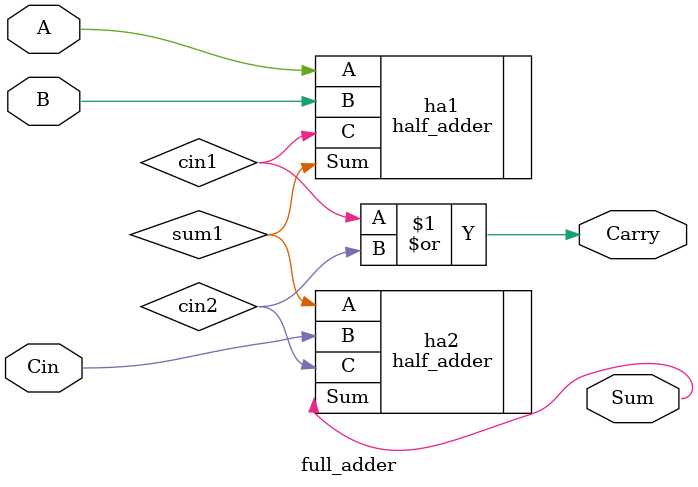
<source format=v>
module full_adder(Sum,Carry,A,B,Cin);
input A,B,Cin;
output Sum, Carry;
wire sum1,cin1,cin2;

half_adder ha1( 
    .Sum(sum1),
    .C(cin1),
    .A(A),
    .B(B));

half_adder ha2(
    .Sum(Sum),
    .C(cin2),
    .A(sum1),
    .B(Cin)
);

    assign Carry = cin1 | cin2;

endmodule
</source>
